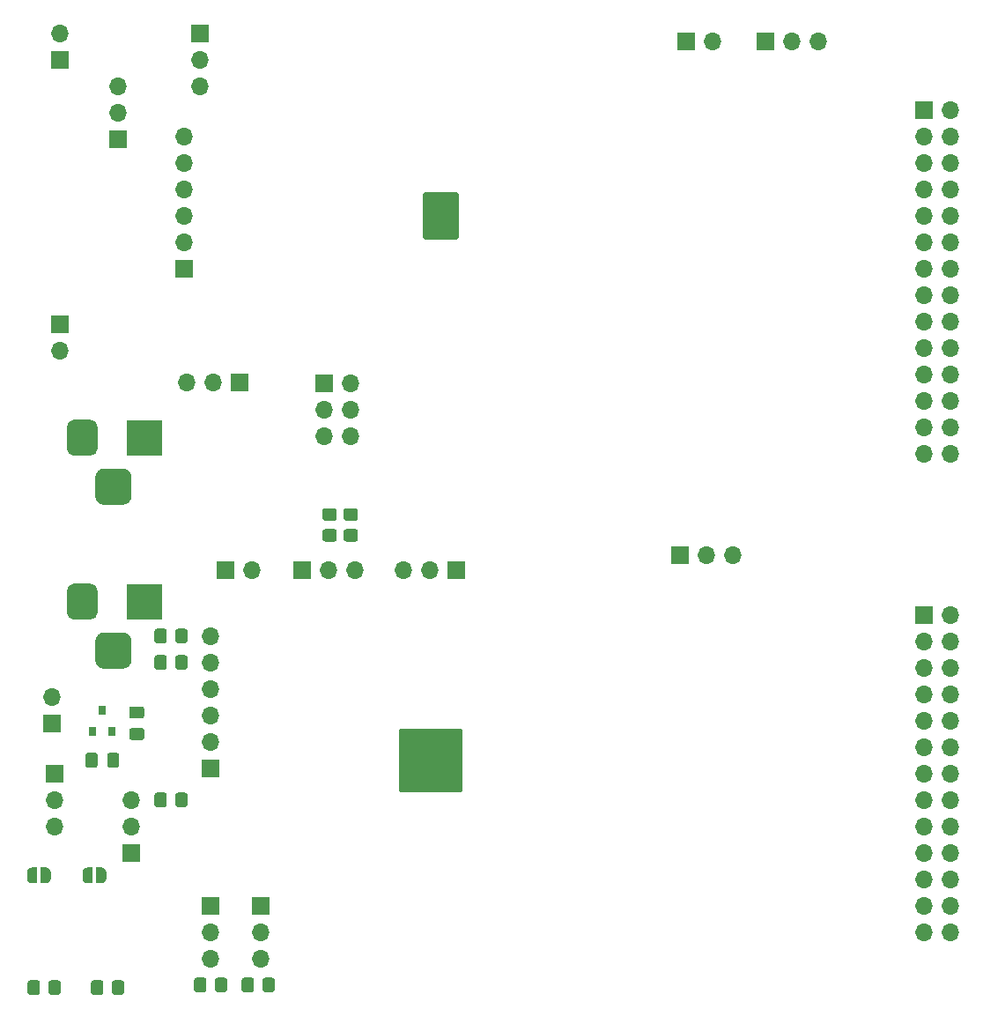
<source format=gbr>
%TF.GenerationSoftware,KiCad,Pcbnew,(5.1.8-0-10_14)*%
%TF.CreationDate,2021-03-09T19:09:17+00:00*%
%TF.ProjectId,STPMIC1_MC32PF3000_Board,5354504d-4943-4315-9f4d-433332504633,rev?*%
%TF.SameCoordinates,Original*%
%TF.FileFunction,Soldermask,Bot*%
%TF.FilePolarity,Negative*%
%FSLAX46Y46*%
G04 Gerber Fmt 4.6, Leading zero omitted, Abs format (unit mm)*
G04 Created by KiCad (PCBNEW (5.1.8-0-10_14)) date 2021-03-09 19:09:17*
%MOMM*%
%LPD*%
G01*
G04 APERTURE LIST*
%ADD10C,0.100000*%
%ADD11O,1.700000X1.700000*%
%ADD12R,1.700000X1.700000*%
%ADD13R,3.500000X3.500000*%
%ADD14R,0.800000X0.900000*%
%ADD15C,0.500000*%
%ADD16C,0.254000*%
G04 APERTURE END LIST*
D10*
%TO.C,JP2*%
G36*
X84440000Y-127368398D02*
G01*
X84415466Y-127368398D01*
X84366635Y-127363588D01*
X84318510Y-127354016D01*
X84271555Y-127339772D01*
X84226222Y-127320995D01*
X84182949Y-127297864D01*
X84142150Y-127270604D01*
X84104221Y-127239476D01*
X84069524Y-127204779D01*
X84038396Y-127166850D01*
X84011136Y-127126051D01*
X83988005Y-127082778D01*
X83969228Y-127037445D01*
X83954984Y-126990490D01*
X83945412Y-126942365D01*
X83940602Y-126893534D01*
X83940602Y-126869000D01*
X83940000Y-126869000D01*
X83940000Y-126369000D01*
X83940602Y-126369000D01*
X83940602Y-126344466D01*
X83945412Y-126295635D01*
X83954984Y-126247510D01*
X83969228Y-126200555D01*
X83988005Y-126155222D01*
X84011136Y-126111949D01*
X84038396Y-126071150D01*
X84069524Y-126033221D01*
X84104221Y-125998524D01*
X84142150Y-125967396D01*
X84182949Y-125940136D01*
X84226222Y-125917005D01*
X84271555Y-125898228D01*
X84318510Y-125883984D01*
X84366635Y-125874412D01*
X84415466Y-125869602D01*
X84440000Y-125869602D01*
X84440000Y-125869000D01*
X84940000Y-125869000D01*
X84940000Y-127369000D01*
X84440000Y-127369000D01*
X84440000Y-127368398D01*
G37*
G36*
X85240000Y-125869000D02*
G01*
X85740000Y-125869000D01*
X85740000Y-125869602D01*
X85764534Y-125869602D01*
X85813365Y-125874412D01*
X85861490Y-125883984D01*
X85908445Y-125898228D01*
X85953778Y-125917005D01*
X85997051Y-125940136D01*
X86037850Y-125967396D01*
X86075779Y-125998524D01*
X86110476Y-126033221D01*
X86141604Y-126071150D01*
X86168864Y-126111949D01*
X86191995Y-126155222D01*
X86210772Y-126200555D01*
X86225016Y-126247510D01*
X86234588Y-126295635D01*
X86239398Y-126344466D01*
X86239398Y-126369000D01*
X86240000Y-126369000D01*
X86240000Y-126869000D01*
X86239398Y-126869000D01*
X86239398Y-126893534D01*
X86234588Y-126942365D01*
X86225016Y-126990490D01*
X86210772Y-127037445D01*
X86191995Y-127082778D01*
X86168864Y-127126051D01*
X86141604Y-127166850D01*
X86110476Y-127204779D01*
X86075779Y-127239476D01*
X86037850Y-127270604D01*
X85997051Y-127297864D01*
X85953778Y-127320995D01*
X85908445Y-127339772D01*
X85861490Y-127354016D01*
X85813365Y-127363588D01*
X85764534Y-127368398D01*
X85740000Y-127368398D01*
X85740000Y-127369000D01*
X85240000Y-127369000D01*
X85240000Y-125869000D01*
G37*
%TD*%
%TO.C,JP1*%
G36*
X89774000Y-127368398D02*
G01*
X89749466Y-127368398D01*
X89700635Y-127363588D01*
X89652510Y-127354016D01*
X89605555Y-127339772D01*
X89560222Y-127320995D01*
X89516949Y-127297864D01*
X89476150Y-127270604D01*
X89438221Y-127239476D01*
X89403524Y-127204779D01*
X89372396Y-127166850D01*
X89345136Y-127126051D01*
X89322005Y-127082778D01*
X89303228Y-127037445D01*
X89288984Y-126990490D01*
X89279412Y-126942365D01*
X89274602Y-126893534D01*
X89274602Y-126869000D01*
X89274000Y-126869000D01*
X89274000Y-126369000D01*
X89274602Y-126369000D01*
X89274602Y-126344466D01*
X89279412Y-126295635D01*
X89288984Y-126247510D01*
X89303228Y-126200555D01*
X89322005Y-126155222D01*
X89345136Y-126111949D01*
X89372396Y-126071150D01*
X89403524Y-126033221D01*
X89438221Y-125998524D01*
X89476150Y-125967396D01*
X89516949Y-125940136D01*
X89560222Y-125917005D01*
X89605555Y-125898228D01*
X89652510Y-125883984D01*
X89700635Y-125874412D01*
X89749466Y-125869602D01*
X89774000Y-125869602D01*
X89774000Y-125869000D01*
X90274000Y-125869000D01*
X90274000Y-127369000D01*
X89774000Y-127369000D01*
X89774000Y-127368398D01*
G37*
G36*
X90574000Y-125869000D02*
G01*
X91074000Y-125869000D01*
X91074000Y-125869602D01*
X91098534Y-125869602D01*
X91147365Y-125874412D01*
X91195490Y-125883984D01*
X91242445Y-125898228D01*
X91287778Y-125917005D01*
X91331051Y-125940136D01*
X91371850Y-125967396D01*
X91409779Y-125998524D01*
X91444476Y-126033221D01*
X91475604Y-126071150D01*
X91502864Y-126111949D01*
X91525995Y-126155222D01*
X91544772Y-126200555D01*
X91559016Y-126247510D01*
X91568588Y-126295635D01*
X91573398Y-126344466D01*
X91573398Y-126369000D01*
X91574000Y-126369000D01*
X91574000Y-126869000D01*
X91573398Y-126869000D01*
X91573398Y-126893534D01*
X91568588Y-126942365D01*
X91559016Y-126990490D01*
X91544772Y-127037445D01*
X91525995Y-127082778D01*
X91502864Y-127126051D01*
X91475604Y-127166850D01*
X91444476Y-127204779D01*
X91409779Y-127239476D01*
X91371850Y-127270604D01*
X91331051Y-127297864D01*
X91287778Y-127320995D01*
X91242445Y-127339772D01*
X91195490Y-127354016D01*
X91147365Y-127363588D01*
X91098534Y-127368398D01*
X91074000Y-127368398D01*
X91074000Y-127369000D01*
X90574000Y-127369000D01*
X90574000Y-125869000D01*
G37*
%TD*%
D11*
%TO.C,J6*%
X100584000Y-50800000D03*
X100584000Y-48260000D03*
D12*
X100584000Y-45720000D03*
%TD*%
%TO.C,J4*%
G36*
G01*
X90500000Y-90157000D02*
X90500000Y-88407000D01*
G75*
G02*
X91375000Y-87532000I875000J0D01*
G01*
X93125000Y-87532000D01*
G75*
G02*
X94000000Y-88407000I0J-875000D01*
G01*
X94000000Y-90157000D01*
G75*
G02*
X93125000Y-91032000I-875000J0D01*
G01*
X91375000Y-91032000D01*
G75*
G02*
X90500000Y-90157000I0J875000D01*
G01*
G37*
G36*
G01*
X87750000Y-85582000D02*
X87750000Y-83582000D01*
G75*
G02*
X88500000Y-82832000I750000J0D01*
G01*
X90000000Y-82832000D01*
G75*
G02*
X90750000Y-83582000I0J-750000D01*
G01*
X90750000Y-85582000D01*
G75*
G02*
X90000000Y-86332000I-750000J0D01*
G01*
X88500000Y-86332000D01*
G75*
G02*
X87750000Y-85582000I0J750000D01*
G01*
G37*
D13*
X95250000Y-84582000D03*
%TD*%
%TO.C,C69*%
G36*
G01*
X89561000Y-116045000D02*
X89561000Y-115095000D01*
G75*
G02*
X89811000Y-114845000I250000J0D01*
G01*
X90486000Y-114845000D01*
G75*
G02*
X90736000Y-115095000I0J-250000D01*
G01*
X90736000Y-116045000D01*
G75*
G02*
X90486000Y-116295000I-250000J0D01*
G01*
X89811000Y-116295000D01*
G75*
G02*
X89561000Y-116045000I0J250000D01*
G01*
G37*
G36*
G01*
X91636000Y-116045000D02*
X91636000Y-115095000D01*
G75*
G02*
X91886000Y-114845000I250000J0D01*
G01*
X92561000Y-114845000D01*
G75*
G02*
X92811000Y-115095000I0J-250000D01*
G01*
X92811000Y-116045000D01*
G75*
G02*
X92561000Y-116295000I-250000J0D01*
G01*
X91886000Y-116295000D01*
G75*
G02*
X91636000Y-116045000I0J250000D01*
G01*
G37*
%TD*%
D14*
%TO.C,U3*%
X92136000Y-112760000D03*
X90236000Y-112760000D03*
X91186000Y-110760000D03*
%TD*%
%TO.C,R28*%
G36*
G01*
X87198000Y-136963999D02*
X87198000Y-137864001D01*
G75*
G02*
X86948001Y-138114000I-249999J0D01*
G01*
X86247999Y-138114000D01*
G75*
G02*
X85998000Y-137864001I0J249999D01*
G01*
X85998000Y-136963999D01*
G75*
G02*
X86247999Y-136714000I249999J0D01*
G01*
X86948001Y-136714000D01*
G75*
G02*
X87198000Y-136963999I0J-249999D01*
G01*
G37*
G36*
G01*
X85198000Y-136963999D02*
X85198000Y-137864001D01*
G75*
G02*
X84948001Y-138114000I-249999J0D01*
G01*
X84247999Y-138114000D01*
G75*
G02*
X83998000Y-137864001I0J249999D01*
G01*
X83998000Y-136963999D01*
G75*
G02*
X84247999Y-136714000I249999J0D01*
G01*
X84948001Y-136714000D01*
G75*
G02*
X85198000Y-136963999I0J-249999D01*
G01*
G37*
%TD*%
%TO.C,R27*%
G36*
G01*
X93294000Y-136963999D02*
X93294000Y-137864001D01*
G75*
G02*
X93044001Y-138114000I-249999J0D01*
G01*
X92343999Y-138114000D01*
G75*
G02*
X92094000Y-137864001I0J249999D01*
G01*
X92094000Y-136963999D01*
G75*
G02*
X92343999Y-136714000I249999J0D01*
G01*
X93044001Y-136714000D01*
G75*
G02*
X93294000Y-136963999I0J-249999D01*
G01*
G37*
G36*
G01*
X91294000Y-136963999D02*
X91294000Y-137864001D01*
G75*
G02*
X91044001Y-138114000I-249999J0D01*
G01*
X90343999Y-138114000D01*
G75*
G02*
X90094000Y-137864001I0J249999D01*
G01*
X90094000Y-136963999D01*
G75*
G02*
X90343999Y-136714000I249999J0D01*
G01*
X91044001Y-136714000D01*
G75*
G02*
X91294000Y-136963999I0J-249999D01*
G01*
G37*
%TD*%
%TO.C,R26*%
G36*
G01*
X96190000Y-104082001D02*
X96190000Y-103181999D01*
G75*
G02*
X96439999Y-102932000I249999J0D01*
G01*
X97140001Y-102932000D01*
G75*
G02*
X97390000Y-103181999I0J-249999D01*
G01*
X97390000Y-104082001D01*
G75*
G02*
X97140001Y-104332000I-249999J0D01*
G01*
X96439999Y-104332000D01*
G75*
G02*
X96190000Y-104082001I0J249999D01*
G01*
G37*
G36*
G01*
X98190000Y-104082001D02*
X98190000Y-103181999D01*
G75*
G02*
X98439999Y-102932000I249999J0D01*
G01*
X99140001Y-102932000D01*
G75*
G02*
X99390000Y-103181999I0J-249999D01*
G01*
X99390000Y-104082001D01*
G75*
G02*
X99140001Y-104332000I-249999J0D01*
G01*
X98439999Y-104332000D01*
G75*
G02*
X98190000Y-104082001I0J249999D01*
G01*
G37*
%TD*%
%TO.C,R25*%
G36*
G01*
X96190000Y-106622001D02*
X96190000Y-105721999D01*
G75*
G02*
X96439999Y-105472000I249999J0D01*
G01*
X97140001Y-105472000D01*
G75*
G02*
X97390000Y-105721999I0J-249999D01*
G01*
X97390000Y-106622001D01*
G75*
G02*
X97140001Y-106872000I-249999J0D01*
G01*
X96439999Y-106872000D01*
G75*
G02*
X96190000Y-106622001I0J249999D01*
G01*
G37*
G36*
G01*
X98190000Y-106622001D02*
X98190000Y-105721999D01*
G75*
G02*
X98439999Y-105472000I249999J0D01*
G01*
X99140001Y-105472000D01*
G75*
G02*
X99390000Y-105721999I0J-249999D01*
G01*
X99390000Y-106622001D01*
G75*
G02*
X99140001Y-106872000I-249999J0D01*
G01*
X98439999Y-106872000D01*
G75*
G02*
X98190000Y-106622001I0J249999D01*
G01*
G37*
%TD*%
%TO.C,R24*%
G36*
G01*
X103200000Y-136709999D02*
X103200000Y-137610001D01*
G75*
G02*
X102950001Y-137860000I-249999J0D01*
G01*
X102249999Y-137860000D01*
G75*
G02*
X102000000Y-137610001I0J249999D01*
G01*
X102000000Y-136709999D01*
G75*
G02*
X102249999Y-136460000I249999J0D01*
G01*
X102950001Y-136460000D01*
G75*
G02*
X103200000Y-136709999I0J-249999D01*
G01*
G37*
G36*
G01*
X101200000Y-136709999D02*
X101200000Y-137610001D01*
G75*
G02*
X100950001Y-137860000I-249999J0D01*
G01*
X100249999Y-137860000D01*
G75*
G02*
X100000000Y-137610001I0J249999D01*
G01*
X100000000Y-136709999D01*
G75*
G02*
X100249999Y-136460000I249999J0D01*
G01*
X100950001Y-136460000D01*
G75*
G02*
X101200000Y-136709999I0J-249999D01*
G01*
G37*
%TD*%
%TO.C,R23*%
G36*
G01*
X96190000Y-119830001D02*
X96190000Y-118929999D01*
G75*
G02*
X96439999Y-118680000I249999J0D01*
G01*
X97140001Y-118680000D01*
G75*
G02*
X97390000Y-118929999I0J-249999D01*
G01*
X97390000Y-119830001D01*
G75*
G02*
X97140001Y-120080000I-249999J0D01*
G01*
X96439999Y-120080000D01*
G75*
G02*
X96190000Y-119830001I0J249999D01*
G01*
G37*
G36*
G01*
X98190000Y-119830001D02*
X98190000Y-118929999D01*
G75*
G02*
X98439999Y-118680000I249999J0D01*
G01*
X99140001Y-118680000D01*
G75*
G02*
X99390000Y-118929999I0J-249999D01*
G01*
X99390000Y-119830001D01*
G75*
G02*
X99140001Y-120080000I-249999J0D01*
G01*
X98439999Y-120080000D01*
G75*
G02*
X98190000Y-119830001I0J249999D01*
G01*
G37*
%TD*%
%TO.C,R22*%
G36*
G01*
X104572000Y-137610001D02*
X104572000Y-136709999D01*
G75*
G02*
X104821999Y-136460000I249999J0D01*
G01*
X105522001Y-136460000D01*
G75*
G02*
X105772000Y-136709999I0J-249999D01*
G01*
X105772000Y-137610001D01*
G75*
G02*
X105522001Y-137860000I-249999J0D01*
G01*
X104821999Y-137860000D01*
G75*
G02*
X104572000Y-137610001I0J249999D01*
G01*
G37*
G36*
G01*
X106572000Y-137610001D02*
X106572000Y-136709999D01*
G75*
G02*
X106821999Y-136460000I249999J0D01*
G01*
X107522001Y-136460000D01*
G75*
G02*
X107772000Y-136709999I0J-249999D01*
G01*
X107772000Y-137610001D01*
G75*
G02*
X107522001Y-137860000I-249999J0D01*
G01*
X106821999Y-137860000D01*
G75*
G02*
X106572000Y-137610001I0J249999D01*
G01*
G37*
%TD*%
%TO.C,R21*%
G36*
G01*
X112579999Y-91364000D02*
X113480001Y-91364000D01*
G75*
G02*
X113730000Y-91613999I0J-249999D01*
G01*
X113730000Y-92314001D01*
G75*
G02*
X113480001Y-92564000I-249999J0D01*
G01*
X112579999Y-92564000D01*
G75*
G02*
X112330000Y-92314001I0J249999D01*
G01*
X112330000Y-91613999D01*
G75*
G02*
X112579999Y-91364000I249999J0D01*
G01*
G37*
G36*
G01*
X112579999Y-93364000D02*
X113480001Y-93364000D01*
G75*
G02*
X113730000Y-93613999I0J-249999D01*
G01*
X113730000Y-94314001D01*
G75*
G02*
X113480001Y-94564000I-249999J0D01*
G01*
X112579999Y-94564000D01*
G75*
G02*
X112330000Y-94314001I0J249999D01*
G01*
X112330000Y-93613999D01*
G75*
G02*
X112579999Y-93364000I249999J0D01*
G01*
G37*
%TD*%
%TO.C,R20*%
G36*
G01*
X115512001Y-94564000D02*
X114611999Y-94564000D01*
G75*
G02*
X114362000Y-94314001I0J249999D01*
G01*
X114362000Y-93613999D01*
G75*
G02*
X114611999Y-93364000I249999J0D01*
G01*
X115512001Y-93364000D01*
G75*
G02*
X115762000Y-93613999I0J-249999D01*
G01*
X115762000Y-94314001D01*
G75*
G02*
X115512001Y-94564000I-249999J0D01*
G01*
G37*
G36*
G01*
X115512001Y-92564000D02*
X114611999Y-92564000D01*
G75*
G02*
X114362000Y-92314001I0J249999D01*
G01*
X114362000Y-91613999D01*
G75*
G02*
X114611999Y-91364000I249999J0D01*
G01*
X115512001Y-91364000D01*
G75*
G02*
X115762000Y-91613999I0J-249999D01*
G01*
X115762000Y-92314001D01*
G75*
G02*
X115512001Y-92564000I-249999J0D01*
G01*
G37*
%TD*%
D12*
%TO.C,J23*%
X101600000Y-116332000D03*
D11*
X101600000Y-113792000D03*
X101600000Y-111252000D03*
X101600000Y-108712000D03*
X101600000Y-106172000D03*
X101600000Y-103632000D03*
%TD*%
D12*
%TO.C,J22*%
X146685000Y-95885000D03*
D11*
X149225000Y-95885000D03*
X151765000Y-95885000D03*
%TD*%
D12*
%TO.C,J21*%
X170180000Y-101600000D03*
D11*
X172720000Y-101600000D03*
X170180000Y-104140000D03*
X172720000Y-104140000D03*
X170180000Y-106680000D03*
X172720000Y-106680000D03*
X170180000Y-109220000D03*
X172720000Y-109220000D03*
X170180000Y-111760000D03*
X172720000Y-111760000D03*
X170180000Y-114300000D03*
X172720000Y-114300000D03*
X170180000Y-116840000D03*
X172720000Y-116840000D03*
X170180000Y-119380000D03*
X172720000Y-119380000D03*
X170180000Y-121920000D03*
X172720000Y-121920000D03*
X170180000Y-124460000D03*
X172720000Y-124460000D03*
X170180000Y-127000000D03*
X172720000Y-127000000D03*
X170180000Y-129540000D03*
X172720000Y-129540000D03*
X170180000Y-132080000D03*
X172720000Y-132080000D03*
%TD*%
D12*
%TO.C,J20*%
X110363000Y-97282000D03*
D11*
X112903000Y-97282000D03*
X115443000Y-97282000D03*
%TD*%
D12*
%TO.C,J19*%
X102997000Y-97282000D03*
D11*
X105537000Y-97282000D03*
%TD*%
D12*
%TO.C,J18*%
X101600000Y-129540000D03*
D11*
X101600000Y-132080000D03*
X101600000Y-134620000D03*
%TD*%
D12*
%TO.C,J17*%
X106426000Y-129540000D03*
D11*
X106426000Y-132080000D03*
X106426000Y-134620000D03*
%TD*%
D12*
%TO.C,J16*%
X86614000Y-116840000D03*
D11*
X86614000Y-119380000D03*
X86614000Y-121920000D03*
%TD*%
D13*
%TO.C,J15*%
X95250000Y-100330000D03*
G36*
G01*
X87750000Y-101330000D02*
X87750000Y-99330000D01*
G75*
G02*
X88500000Y-98580000I750000J0D01*
G01*
X90000000Y-98580000D01*
G75*
G02*
X90750000Y-99330000I0J-750000D01*
G01*
X90750000Y-101330000D01*
G75*
G02*
X90000000Y-102080000I-750000J0D01*
G01*
X88500000Y-102080000D01*
G75*
G02*
X87750000Y-101330000I0J750000D01*
G01*
G37*
G36*
G01*
X90500000Y-105905000D02*
X90500000Y-104155000D01*
G75*
G02*
X91375000Y-103280000I875000J0D01*
G01*
X93125000Y-103280000D01*
G75*
G02*
X94000000Y-104155000I0J-875000D01*
G01*
X94000000Y-105905000D01*
G75*
G02*
X93125000Y-106780000I-875000J0D01*
G01*
X91375000Y-106780000D01*
G75*
G02*
X90500000Y-105905000I0J875000D01*
G01*
G37*
%TD*%
D12*
%TO.C,J14*%
X93980000Y-124460000D03*
D11*
X93980000Y-121920000D03*
X93980000Y-119380000D03*
%TD*%
D12*
%TO.C,J13*%
X125222000Y-97282000D03*
D11*
X122682000Y-97282000D03*
X120142000Y-97282000D03*
%TD*%
D12*
%TO.C,J12*%
X86360000Y-112014000D03*
D11*
X86360000Y-109474000D03*
%TD*%
%TO.C,C68*%
G36*
G01*
X94963000Y-113639000D02*
X94013000Y-113639000D01*
G75*
G02*
X93763000Y-113389000I0J250000D01*
G01*
X93763000Y-112714000D01*
G75*
G02*
X94013000Y-112464000I250000J0D01*
G01*
X94963000Y-112464000D01*
G75*
G02*
X95213000Y-112714000I0J-250000D01*
G01*
X95213000Y-113389000D01*
G75*
G02*
X94963000Y-113639000I-250000J0D01*
G01*
G37*
G36*
G01*
X94963000Y-111564000D02*
X94013000Y-111564000D01*
G75*
G02*
X93763000Y-111314000I0J250000D01*
G01*
X93763000Y-110639000D01*
G75*
G02*
X94013000Y-110389000I250000J0D01*
G01*
X94963000Y-110389000D01*
G75*
G02*
X95213000Y-110639000I0J-250000D01*
G01*
X95213000Y-111314000D01*
G75*
G02*
X94963000Y-111564000I-250000J0D01*
G01*
G37*
%TD*%
D12*
%TO.C,J7*%
X154940000Y-46482000D03*
D11*
X157480000Y-46482000D03*
X160020000Y-46482000D03*
%TD*%
D12*
%TO.C,J11*%
X170180000Y-53086000D03*
D11*
X172720000Y-53086000D03*
X170180000Y-55626000D03*
X172720000Y-55626000D03*
X170180000Y-58166000D03*
X172720000Y-58166000D03*
X170180000Y-60706000D03*
X172720000Y-60706000D03*
X170180000Y-63246000D03*
X172720000Y-63246000D03*
X170180000Y-65786000D03*
X172720000Y-65786000D03*
X170180000Y-68326000D03*
X172720000Y-68326000D03*
X170180000Y-70866000D03*
X172720000Y-70866000D03*
X170180000Y-73406000D03*
X172720000Y-73406000D03*
X170180000Y-75946000D03*
X172720000Y-75946000D03*
X170180000Y-78486000D03*
X172720000Y-78486000D03*
X170180000Y-81026000D03*
X172720000Y-81026000D03*
X170180000Y-83566000D03*
X172720000Y-83566000D03*
X170180000Y-86106000D03*
X172720000Y-86106000D03*
%TD*%
D12*
%TO.C,J10*%
X104394000Y-79311500D03*
D11*
X101854000Y-79311500D03*
X99314000Y-79311500D03*
%TD*%
D12*
%TO.C,J9*%
X92710000Y-55880000D03*
D11*
X92710000Y-53340000D03*
X92710000Y-50800000D03*
%TD*%
D12*
%TO.C,J8*%
X112522000Y-79375000D03*
D11*
X115062000Y-79375000D03*
X112522000Y-81915000D03*
X115062000Y-81915000D03*
X112522000Y-84455000D03*
X115062000Y-84455000D03*
%TD*%
D12*
%TO.C,J5*%
X99060000Y-68389500D03*
D11*
X99060000Y-65849500D03*
X99060000Y-63309500D03*
X99060000Y-60769500D03*
X99060000Y-58229500D03*
X99060000Y-55689500D03*
%TD*%
D12*
%TO.C,J3*%
X147320000Y-46482000D03*
D11*
X149860000Y-46482000D03*
%TD*%
D12*
%TO.C,J2*%
X87122000Y-48260000D03*
D11*
X87122000Y-45720000D03*
%TD*%
D12*
%TO.C,J1*%
X87122000Y-73660000D03*
D11*
X87122000Y-76200000D03*
%TD*%
D15*
X125226000Y-65282000D02*
X122233500Y-65282000D01*
X122233500Y-61210000D01*
X125226000Y-61210000D01*
X125226000Y-65282000D01*
D10*
G36*
X125226000Y-65282000D02*
G01*
X122233500Y-65282000D01*
X122233500Y-61210000D01*
X125226000Y-61210000D01*
X125226000Y-65282000D01*
G37*
D16*
X125603000Y-118491000D02*
X119761000Y-118491000D01*
X119761000Y-112649000D01*
X125603000Y-112649000D01*
X125603000Y-118491000D01*
D10*
G36*
X125603000Y-118491000D02*
G01*
X119761000Y-118491000D01*
X119761000Y-112649000D01*
X125603000Y-112649000D01*
X125603000Y-118491000D01*
G37*
M02*

</source>
